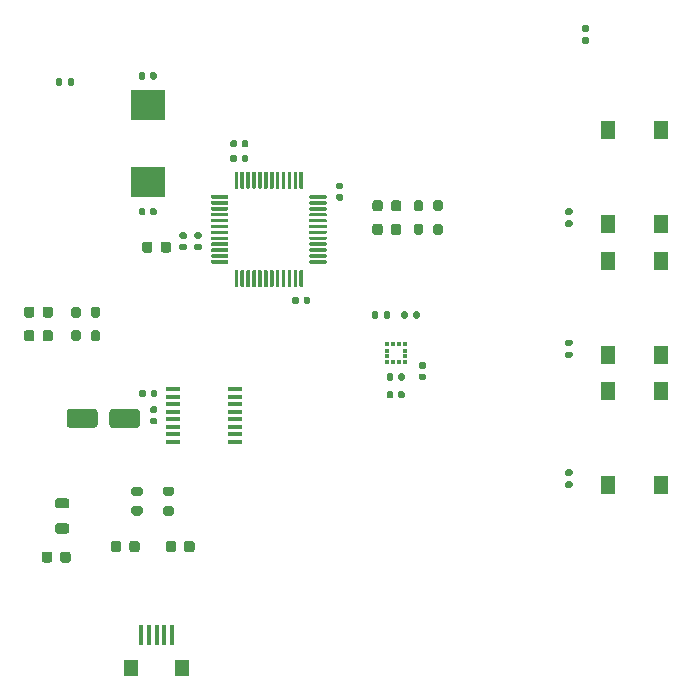
<source format=gbr>
%TF.GenerationSoftware,KiCad,Pcbnew,(5.1.9)-1*%
%TF.CreationDate,2021-05-17T17:29:26-07:00*%
%TF.ProjectId,dev_test_board_v1,6465765f-7465-4737-945f-626f6172645f,rev?*%
%TF.SameCoordinates,Original*%
%TF.FileFunction,Paste,Top*%
%TF.FilePolarity,Positive*%
%FSLAX46Y46*%
G04 Gerber Fmt 4.6, Leading zero omitted, Abs format (unit mm)*
G04 Created by KiCad (PCBNEW (5.1.9)-1) date 2021-05-17 17:29:26*
%MOMM*%
%LPD*%
G01*
G04 APERTURE LIST*
%ADD10R,1.275000X1.400000*%
%ADD11R,0.400000X1.750000*%
%ADD12R,1.300000X1.550000*%
%ADD13R,1.200000X0.400000*%
%ADD14R,0.350000X0.375000*%
%ADD15R,0.375000X0.350000*%
%ADD16R,3.000000X2.500000*%
G04 APERTURE END LIST*
D10*
%TO.C,J1*%
X202862500Y-127150000D03*
X207137500Y-127150000D03*
D11*
X203700000Y-124375000D03*
X206300000Y-124375000D03*
X205650000Y-124375000D03*
X204350000Y-124375000D03*
X205000000Y-124375000D03*
%TD*%
%TO.C,R2*%
G36*
G01*
X203075000Y-113425000D02*
X203625000Y-113425000D01*
G75*
G02*
X203825000Y-113625000I0J-200000D01*
G01*
X203825000Y-114025000D01*
G75*
G02*
X203625000Y-114225000I-200000J0D01*
G01*
X203075000Y-114225000D01*
G75*
G02*
X202875000Y-114025000I0J200000D01*
G01*
X202875000Y-113625000D01*
G75*
G02*
X203075000Y-113425000I200000J0D01*
G01*
G37*
G36*
G01*
X203075000Y-111775000D02*
X203625000Y-111775000D01*
G75*
G02*
X203825000Y-111975000I0J-200000D01*
G01*
X203825000Y-112375000D01*
G75*
G02*
X203625000Y-112575000I-200000J0D01*
G01*
X203075000Y-112575000D01*
G75*
G02*
X202875000Y-112375000I0J200000D01*
G01*
X202875000Y-111975000D01*
G75*
G02*
X203075000Y-111775000I200000J0D01*
G01*
G37*
%TD*%
%TO.C,R1*%
G36*
G01*
X205725000Y-113425000D02*
X206275000Y-113425000D01*
G75*
G02*
X206475000Y-113625000I0J-200000D01*
G01*
X206475000Y-114025000D01*
G75*
G02*
X206275000Y-114225000I-200000J0D01*
G01*
X205725000Y-114225000D01*
G75*
G02*
X205525000Y-114025000I0J200000D01*
G01*
X205525000Y-113625000D01*
G75*
G02*
X205725000Y-113425000I200000J0D01*
G01*
G37*
G36*
G01*
X205725000Y-111775000D02*
X206275000Y-111775000D01*
G75*
G02*
X206475000Y-111975000I0J-200000D01*
G01*
X206475000Y-112375000D01*
G75*
G02*
X206275000Y-112575000I-200000J0D01*
G01*
X205725000Y-112575000D01*
G75*
G02*
X205525000Y-112375000I0J200000D01*
G01*
X205525000Y-111975000D01*
G75*
G02*
X205725000Y-111775000I200000J0D01*
G01*
G37*
%TD*%
%TO.C,R13*%
G36*
G01*
X239715000Y-89240000D02*
X240085000Y-89240000D01*
G75*
G02*
X240220000Y-89375000I0J-135000D01*
G01*
X240220000Y-89645000D01*
G75*
G02*
X240085000Y-89780000I-135000J0D01*
G01*
X239715000Y-89780000D01*
G75*
G02*
X239580000Y-89645000I0J135000D01*
G01*
X239580000Y-89375000D01*
G75*
G02*
X239715000Y-89240000I135000J0D01*
G01*
G37*
G36*
G01*
X239715000Y-88220000D02*
X240085000Y-88220000D01*
G75*
G02*
X240220000Y-88355000I0J-135000D01*
G01*
X240220000Y-88625000D01*
G75*
G02*
X240085000Y-88760000I-135000J0D01*
G01*
X239715000Y-88760000D01*
G75*
G02*
X239580000Y-88625000I0J135000D01*
G01*
X239580000Y-88355000D01*
G75*
G02*
X239715000Y-88220000I135000J0D01*
G01*
G37*
%TD*%
%TO.C,R12*%
G36*
G01*
X239715000Y-100340000D02*
X240085000Y-100340000D01*
G75*
G02*
X240220000Y-100475000I0J-135000D01*
G01*
X240220000Y-100745000D01*
G75*
G02*
X240085000Y-100880000I-135000J0D01*
G01*
X239715000Y-100880000D01*
G75*
G02*
X239580000Y-100745000I0J135000D01*
G01*
X239580000Y-100475000D01*
G75*
G02*
X239715000Y-100340000I135000J0D01*
G01*
G37*
G36*
G01*
X239715000Y-99320000D02*
X240085000Y-99320000D01*
G75*
G02*
X240220000Y-99455000I0J-135000D01*
G01*
X240220000Y-99725000D01*
G75*
G02*
X240085000Y-99860000I-135000J0D01*
G01*
X239715000Y-99860000D01*
G75*
G02*
X239580000Y-99725000I0J135000D01*
G01*
X239580000Y-99455000D01*
G75*
G02*
X239715000Y-99320000I135000J0D01*
G01*
G37*
%TD*%
%TO.C,R11*%
G36*
G01*
X239715000Y-111340000D02*
X240085000Y-111340000D01*
G75*
G02*
X240220000Y-111475000I0J-135000D01*
G01*
X240220000Y-111745000D01*
G75*
G02*
X240085000Y-111880000I-135000J0D01*
G01*
X239715000Y-111880000D01*
G75*
G02*
X239580000Y-111745000I0J135000D01*
G01*
X239580000Y-111475000D01*
G75*
G02*
X239715000Y-111340000I135000J0D01*
G01*
G37*
G36*
G01*
X239715000Y-110320000D02*
X240085000Y-110320000D01*
G75*
G02*
X240220000Y-110455000I0J-135000D01*
G01*
X240220000Y-110725000D01*
G75*
G02*
X240085000Y-110860000I-135000J0D01*
G01*
X239715000Y-110860000D01*
G75*
G02*
X239580000Y-110725000I0J135000D01*
G01*
X239580000Y-110455000D01*
G75*
G02*
X239715000Y-110320000I135000J0D01*
G01*
G37*
%TD*%
D12*
%TO.C,SW4*%
X247740000Y-81605000D03*
X243240000Y-81605000D03*
X243240000Y-89555000D03*
X247740000Y-89555000D03*
%TD*%
%TO.C,SW3*%
X247740000Y-92655000D03*
X243240000Y-92655000D03*
X243240000Y-100605000D03*
X247740000Y-100605000D03*
%TD*%
%TO.C,D2*%
G36*
G01*
X194650000Y-98743750D02*
X194650000Y-99256250D01*
G75*
G02*
X194431250Y-99475000I-218750J0D01*
G01*
X193993750Y-99475000D01*
G75*
G02*
X193775000Y-99256250I0J218750D01*
G01*
X193775000Y-98743750D01*
G75*
G02*
X193993750Y-98525000I218750J0D01*
G01*
X194431250Y-98525000D01*
G75*
G02*
X194650000Y-98743750I0J-218750D01*
G01*
G37*
G36*
G01*
X196225000Y-98743750D02*
X196225000Y-99256250D01*
G75*
G02*
X196006250Y-99475000I-218750J0D01*
G01*
X195568750Y-99475000D01*
G75*
G02*
X195350000Y-99256250I0J218750D01*
G01*
X195350000Y-98743750D01*
G75*
G02*
X195568750Y-98525000I218750J0D01*
G01*
X196006250Y-98525000D01*
G75*
G02*
X196225000Y-98743750I0J-218750D01*
G01*
G37*
%TD*%
%TO.C,D3*%
G36*
G01*
X196225000Y-96743750D02*
X196225000Y-97256250D01*
G75*
G02*
X196006250Y-97475000I-218750J0D01*
G01*
X195568750Y-97475000D01*
G75*
G02*
X195350000Y-97256250I0J218750D01*
G01*
X195350000Y-96743750D01*
G75*
G02*
X195568750Y-96525000I218750J0D01*
G01*
X196006250Y-96525000D01*
G75*
G02*
X196225000Y-96743750I0J-218750D01*
G01*
G37*
G36*
G01*
X194650000Y-96743750D02*
X194650000Y-97256250D01*
G75*
G02*
X194431250Y-97475000I-218750J0D01*
G01*
X193993750Y-97475000D01*
G75*
G02*
X193775000Y-97256250I0J218750D01*
G01*
X193775000Y-96743750D01*
G75*
G02*
X193993750Y-96525000I218750J0D01*
G01*
X194431250Y-96525000D01*
G75*
G02*
X194650000Y-96743750I0J-218750D01*
G01*
G37*
%TD*%
%TO.C,R4*%
G36*
G01*
X197775000Y-97275000D02*
X197775000Y-96725000D01*
G75*
G02*
X197975000Y-96525000I200000J0D01*
G01*
X198375000Y-96525000D01*
G75*
G02*
X198575000Y-96725000I0J-200000D01*
G01*
X198575000Y-97275000D01*
G75*
G02*
X198375000Y-97475000I-200000J0D01*
G01*
X197975000Y-97475000D01*
G75*
G02*
X197775000Y-97275000I0J200000D01*
G01*
G37*
G36*
G01*
X199425000Y-97275000D02*
X199425000Y-96725000D01*
G75*
G02*
X199625000Y-96525000I200000J0D01*
G01*
X200025000Y-96525000D01*
G75*
G02*
X200225000Y-96725000I0J-200000D01*
G01*
X200225000Y-97275000D01*
G75*
G02*
X200025000Y-97475000I-200000J0D01*
G01*
X199625000Y-97475000D01*
G75*
G02*
X199425000Y-97275000I0J200000D01*
G01*
G37*
%TD*%
%TO.C,R3*%
G36*
G01*
X199425000Y-99275000D02*
X199425000Y-98725000D01*
G75*
G02*
X199625000Y-98525000I200000J0D01*
G01*
X200025000Y-98525000D01*
G75*
G02*
X200225000Y-98725000I0J-200000D01*
G01*
X200225000Y-99275000D01*
G75*
G02*
X200025000Y-99475000I-200000J0D01*
G01*
X199625000Y-99475000D01*
G75*
G02*
X199425000Y-99275000I0J200000D01*
G01*
G37*
G36*
G01*
X197775000Y-99275000D02*
X197775000Y-98725000D01*
G75*
G02*
X197975000Y-98525000I200000J0D01*
G01*
X198375000Y-98525000D01*
G75*
G02*
X198575000Y-98725000I0J-200000D01*
G01*
X198575000Y-99275000D01*
G75*
G02*
X198375000Y-99475000I-200000J0D01*
G01*
X197975000Y-99475000D01*
G75*
G02*
X197775000Y-99275000I0J200000D01*
G01*
G37*
%TD*%
%TO.C,C1*%
G36*
G01*
X197725000Y-117500000D02*
X197725000Y-118000000D01*
G75*
G02*
X197500000Y-118225000I-225000J0D01*
G01*
X197050000Y-118225000D01*
G75*
G02*
X196825000Y-118000000I0J225000D01*
G01*
X196825000Y-117500000D01*
G75*
G02*
X197050000Y-117275000I225000J0D01*
G01*
X197500000Y-117275000D01*
G75*
G02*
X197725000Y-117500000I0J-225000D01*
G01*
G37*
G36*
G01*
X196175000Y-117500000D02*
X196175000Y-118000000D01*
G75*
G02*
X195950000Y-118225000I-225000J0D01*
G01*
X195500000Y-118225000D01*
G75*
G02*
X195275000Y-118000000I0J225000D01*
G01*
X195275000Y-117500000D01*
G75*
G02*
X195500000Y-117275000I225000J0D01*
G01*
X195950000Y-117275000D01*
G75*
G02*
X196175000Y-117500000I0J-225000D01*
G01*
G37*
%TD*%
%TO.C,C2*%
G36*
G01*
X203600000Y-105450000D02*
X203600000Y-106550000D01*
G75*
G02*
X203350000Y-106800000I-250000J0D01*
G01*
X201250000Y-106800000D01*
G75*
G02*
X201000000Y-106550000I0J250000D01*
G01*
X201000000Y-105450000D01*
G75*
G02*
X201250000Y-105200000I250000J0D01*
G01*
X203350000Y-105200000D01*
G75*
G02*
X203600000Y-105450000I0J-250000D01*
G01*
G37*
G36*
G01*
X200000000Y-105450000D02*
X200000000Y-106550000D01*
G75*
G02*
X199750000Y-106800000I-250000J0D01*
G01*
X197650000Y-106800000D01*
G75*
G02*
X197400000Y-106550000I0J250000D01*
G01*
X197400000Y-105450000D01*
G75*
G02*
X197650000Y-105200000I250000J0D01*
G01*
X199750000Y-105200000D01*
G75*
G02*
X200000000Y-105450000I0J-250000D01*
G01*
G37*
%TD*%
%TO.C,C3*%
G36*
G01*
X204580000Y-104990000D02*
X204920000Y-104990000D01*
G75*
G02*
X205060000Y-105130000I0J-140000D01*
G01*
X205060000Y-105410000D01*
G75*
G02*
X204920000Y-105550000I-140000J0D01*
G01*
X204580000Y-105550000D01*
G75*
G02*
X204440000Y-105410000I0J140000D01*
G01*
X204440000Y-105130000D01*
G75*
G02*
X204580000Y-104990000I140000J0D01*
G01*
G37*
G36*
G01*
X204580000Y-105950000D02*
X204920000Y-105950000D01*
G75*
G02*
X205060000Y-106090000I0J-140000D01*
G01*
X205060000Y-106370000D01*
G75*
G02*
X204920000Y-106510000I-140000J0D01*
G01*
X204580000Y-106510000D01*
G75*
G02*
X204440000Y-106370000I0J140000D01*
G01*
X204440000Y-106090000D01*
G75*
G02*
X204580000Y-105950000I140000J0D01*
G01*
G37*
%TD*%
%TO.C,C4*%
G36*
G01*
X204100000Y-103730000D02*
X204100000Y-104070000D01*
G75*
G02*
X203960000Y-104210000I-140000J0D01*
G01*
X203680000Y-104210000D01*
G75*
G02*
X203540000Y-104070000I0J140000D01*
G01*
X203540000Y-103730000D01*
G75*
G02*
X203680000Y-103590000I140000J0D01*
G01*
X203960000Y-103590000D01*
G75*
G02*
X204100000Y-103730000I0J-140000D01*
G01*
G37*
G36*
G01*
X205060000Y-103730000D02*
X205060000Y-104070000D01*
G75*
G02*
X204920000Y-104210000I-140000J0D01*
G01*
X204640000Y-104210000D01*
G75*
G02*
X204500000Y-104070000I0J140000D01*
G01*
X204500000Y-103730000D01*
G75*
G02*
X204640000Y-103590000I140000J0D01*
G01*
X204920000Y-103590000D01*
G75*
G02*
X205060000Y-103730000I0J-140000D01*
G01*
G37*
%TD*%
%TO.C,C5*%
G36*
G01*
X208225000Y-116600000D02*
X208225000Y-117100000D01*
G75*
G02*
X208000000Y-117325000I-225000J0D01*
G01*
X207550000Y-117325000D01*
G75*
G02*
X207325000Y-117100000I0J225000D01*
G01*
X207325000Y-116600000D01*
G75*
G02*
X207550000Y-116375000I225000J0D01*
G01*
X208000000Y-116375000D01*
G75*
G02*
X208225000Y-116600000I0J-225000D01*
G01*
G37*
G36*
G01*
X206675000Y-116600000D02*
X206675000Y-117100000D01*
G75*
G02*
X206450000Y-117325000I-225000J0D01*
G01*
X206000000Y-117325000D01*
G75*
G02*
X205775000Y-117100000I0J225000D01*
G01*
X205775000Y-116600000D01*
G75*
G02*
X206000000Y-116375000I225000J0D01*
G01*
X206450000Y-116375000D01*
G75*
G02*
X206675000Y-116600000I0J-225000D01*
G01*
G37*
%TD*%
%TO.C,C6*%
G36*
G01*
X202025000Y-116600000D02*
X202025000Y-117100000D01*
G75*
G02*
X201800000Y-117325000I-225000J0D01*
G01*
X201350000Y-117325000D01*
G75*
G02*
X201125000Y-117100000I0J225000D01*
G01*
X201125000Y-116600000D01*
G75*
G02*
X201350000Y-116375000I225000J0D01*
G01*
X201800000Y-116375000D01*
G75*
G02*
X202025000Y-116600000I0J-225000D01*
G01*
G37*
G36*
G01*
X203575000Y-116600000D02*
X203575000Y-117100000D01*
G75*
G02*
X203350000Y-117325000I-225000J0D01*
G01*
X202900000Y-117325000D01*
G75*
G02*
X202675000Y-117100000I0J225000D01*
G01*
X202675000Y-116600000D01*
G75*
G02*
X202900000Y-116375000I225000J0D01*
G01*
X203350000Y-116375000D01*
G75*
G02*
X203575000Y-116600000I0J-225000D01*
G01*
G37*
%TD*%
%TO.C,C7*%
G36*
G01*
X211240000Y-82920000D02*
X211240000Y-82580000D01*
G75*
G02*
X211380000Y-82440000I140000J0D01*
G01*
X211660000Y-82440000D01*
G75*
G02*
X211800000Y-82580000I0J-140000D01*
G01*
X211800000Y-82920000D01*
G75*
G02*
X211660000Y-83060000I-140000J0D01*
G01*
X211380000Y-83060000D01*
G75*
G02*
X211240000Y-82920000I0J140000D01*
G01*
G37*
G36*
G01*
X212200000Y-82920000D02*
X212200000Y-82580000D01*
G75*
G02*
X212340000Y-82440000I140000J0D01*
G01*
X212620000Y-82440000D01*
G75*
G02*
X212760000Y-82580000I0J-140000D01*
G01*
X212760000Y-82920000D01*
G75*
G02*
X212620000Y-83060000I-140000J0D01*
G01*
X212340000Y-83060000D01*
G75*
G02*
X212200000Y-82920000I0J140000D01*
G01*
G37*
%TD*%
%TO.C,C8*%
G36*
G01*
X212200000Y-84170000D02*
X212200000Y-83830000D01*
G75*
G02*
X212340000Y-83690000I140000J0D01*
G01*
X212620000Y-83690000D01*
G75*
G02*
X212760000Y-83830000I0J-140000D01*
G01*
X212760000Y-84170000D01*
G75*
G02*
X212620000Y-84310000I-140000J0D01*
G01*
X212340000Y-84310000D01*
G75*
G02*
X212200000Y-84170000I0J140000D01*
G01*
G37*
G36*
G01*
X211240000Y-84170000D02*
X211240000Y-83830000D01*
G75*
G02*
X211380000Y-83690000I140000J0D01*
G01*
X211660000Y-83690000D01*
G75*
G02*
X211800000Y-83830000I0J-140000D01*
G01*
X211800000Y-84170000D01*
G75*
G02*
X211660000Y-84310000I-140000J0D01*
G01*
X211380000Y-84310000D01*
G75*
G02*
X211240000Y-84170000I0J140000D01*
G01*
G37*
%TD*%
%TO.C,C9*%
G36*
G01*
X220330000Y-86040000D02*
X220670000Y-86040000D01*
G75*
G02*
X220810000Y-86180000I0J-140000D01*
G01*
X220810000Y-86460000D01*
G75*
G02*
X220670000Y-86600000I-140000J0D01*
G01*
X220330000Y-86600000D01*
G75*
G02*
X220190000Y-86460000I0J140000D01*
G01*
X220190000Y-86180000D01*
G75*
G02*
X220330000Y-86040000I140000J0D01*
G01*
G37*
G36*
G01*
X220330000Y-87000000D02*
X220670000Y-87000000D01*
G75*
G02*
X220810000Y-87140000I0J-140000D01*
G01*
X220810000Y-87420000D01*
G75*
G02*
X220670000Y-87560000I-140000J0D01*
G01*
X220330000Y-87560000D01*
G75*
G02*
X220190000Y-87420000I0J140000D01*
G01*
X220190000Y-87140000D01*
G75*
G02*
X220330000Y-87000000I140000J0D01*
G01*
G37*
%TD*%
%TO.C,C10*%
G36*
G01*
X218010000Y-95830000D02*
X218010000Y-96170000D01*
G75*
G02*
X217870000Y-96310000I-140000J0D01*
G01*
X217590000Y-96310000D01*
G75*
G02*
X217450000Y-96170000I0J140000D01*
G01*
X217450000Y-95830000D01*
G75*
G02*
X217590000Y-95690000I140000J0D01*
G01*
X217870000Y-95690000D01*
G75*
G02*
X218010000Y-95830000I0J-140000D01*
G01*
G37*
G36*
G01*
X217050000Y-95830000D02*
X217050000Y-96170000D01*
G75*
G02*
X216910000Y-96310000I-140000J0D01*
G01*
X216630000Y-96310000D01*
G75*
G02*
X216490000Y-96170000I0J140000D01*
G01*
X216490000Y-95830000D01*
G75*
G02*
X216630000Y-95690000I140000J0D01*
G01*
X216910000Y-95690000D01*
G75*
G02*
X217050000Y-95830000I0J-140000D01*
G01*
G37*
%TD*%
%TO.C,C11*%
G36*
G01*
X207420000Y-90800000D02*
X207080000Y-90800000D01*
G75*
G02*
X206940000Y-90660000I0J140000D01*
G01*
X206940000Y-90380000D01*
G75*
G02*
X207080000Y-90240000I140000J0D01*
G01*
X207420000Y-90240000D01*
G75*
G02*
X207560000Y-90380000I0J-140000D01*
G01*
X207560000Y-90660000D01*
G75*
G02*
X207420000Y-90800000I-140000J0D01*
G01*
G37*
G36*
G01*
X207420000Y-91760000D02*
X207080000Y-91760000D01*
G75*
G02*
X206940000Y-91620000I0J140000D01*
G01*
X206940000Y-91340000D01*
G75*
G02*
X207080000Y-91200000I140000J0D01*
G01*
X207420000Y-91200000D01*
G75*
G02*
X207560000Y-91340000I0J-140000D01*
G01*
X207560000Y-91620000D01*
G75*
G02*
X207420000Y-91760000I-140000J0D01*
G01*
G37*
%TD*%
%TO.C,C12*%
G36*
G01*
X208670000Y-91760000D02*
X208330000Y-91760000D01*
G75*
G02*
X208190000Y-91620000I0J140000D01*
G01*
X208190000Y-91340000D01*
G75*
G02*
X208330000Y-91200000I140000J0D01*
G01*
X208670000Y-91200000D01*
G75*
G02*
X208810000Y-91340000I0J-140000D01*
G01*
X208810000Y-91620000D01*
G75*
G02*
X208670000Y-91760000I-140000J0D01*
G01*
G37*
G36*
G01*
X208670000Y-90800000D02*
X208330000Y-90800000D01*
G75*
G02*
X208190000Y-90660000I0J140000D01*
G01*
X208190000Y-90380000D01*
G75*
G02*
X208330000Y-90240000I140000J0D01*
G01*
X208670000Y-90240000D01*
G75*
G02*
X208810000Y-90380000I0J-140000D01*
G01*
X208810000Y-90660000D01*
G75*
G02*
X208670000Y-90800000I-140000J0D01*
G01*
G37*
%TD*%
%TO.C,C13*%
G36*
G01*
X205010000Y-76830000D02*
X205010000Y-77170000D01*
G75*
G02*
X204870000Y-77310000I-140000J0D01*
G01*
X204590000Y-77310000D01*
G75*
G02*
X204450000Y-77170000I0J140000D01*
G01*
X204450000Y-76830000D01*
G75*
G02*
X204590000Y-76690000I140000J0D01*
G01*
X204870000Y-76690000D01*
G75*
G02*
X205010000Y-76830000I0J-140000D01*
G01*
G37*
G36*
G01*
X204050000Y-76830000D02*
X204050000Y-77170000D01*
G75*
G02*
X203910000Y-77310000I-140000J0D01*
G01*
X203630000Y-77310000D01*
G75*
G02*
X203490000Y-77170000I0J140000D01*
G01*
X203490000Y-76830000D01*
G75*
G02*
X203630000Y-76690000I140000J0D01*
G01*
X203910000Y-76690000D01*
G75*
G02*
X204050000Y-76830000I0J-140000D01*
G01*
G37*
%TD*%
%TO.C,C14*%
G36*
G01*
X205010000Y-88330000D02*
X205010000Y-88670000D01*
G75*
G02*
X204870000Y-88810000I-140000J0D01*
G01*
X204590000Y-88810000D01*
G75*
G02*
X204450000Y-88670000I0J140000D01*
G01*
X204450000Y-88330000D01*
G75*
G02*
X204590000Y-88190000I140000J0D01*
G01*
X204870000Y-88190000D01*
G75*
G02*
X205010000Y-88330000I0J-140000D01*
G01*
G37*
G36*
G01*
X204050000Y-88330000D02*
X204050000Y-88670000D01*
G75*
G02*
X203910000Y-88810000I-140000J0D01*
G01*
X203630000Y-88810000D01*
G75*
G02*
X203490000Y-88670000I0J140000D01*
G01*
X203490000Y-88330000D01*
G75*
G02*
X203630000Y-88190000I140000J0D01*
G01*
X203910000Y-88190000D01*
G75*
G02*
X204050000Y-88330000I0J-140000D01*
G01*
G37*
%TD*%
%TO.C,C15*%
G36*
G01*
X225050000Y-103830000D02*
X225050000Y-104170000D01*
G75*
G02*
X224910000Y-104310000I-140000J0D01*
G01*
X224630000Y-104310000D01*
G75*
G02*
X224490000Y-104170000I0J140000D01*
G01*
X224490000Y-103830000D01*
G75*
G02*
X224630000Y-103690000I140000J0D01*
G01*
X224910000Y-103690000D01*
G75*
G02*
X225050000Y-103830000I0J-140000D01*
G01*
G37*
G36*
G01*
X226010000Y-103830000D02*
X226010000Y-104170000D01*
G75*
G02*
X225870000Y-104310000I-140000J0D01*
G01*
X225590000Y-104310000D01*
G75*
G02*
X225450000Y-104170000I0J140000D01*
G01*
X225450000Y-103830000D01*
G75*
G02*
X225590000Y-103690000I140000J0D01*
G01*
X225870000Y-103690000D01*
G75*
G02*
X226010000Y-103830000I0J-140000D01*
G01*
G37*
%TD*%
%TO.C,C16*%
G36*
G01*
X225050000Y-102330000D02*
X225050000Y-102670000D01*
G75*
G02*
X224910000Y-102810000I-140000J0D01*
G01*
X224630000Y-102810000D01*
G75*
G02*
X224490000Y-102670000I0J140000D01*
G01*
X224490000Y-102330000D01*
G75*
G02*
X224630000Y-102190000I140000J0D01*
G01*
X224910000Y-102190000D01*
G75*
G02*
X225050000Y-102330000I0J-140000D01*
G01*
G37*
G36*
G01*
X226010000Y-102330000D02*
X226010000Y-102670000D01*
G75*
G02*
X225870000Y-102810000I-140000J0D01*
G01*
X225590000Y-102810000D01*
G75*
G02*
X225450000Y-102670000I0J140000D01*
G01*
X225450000Y-102330000D01*
G75*
G02*
X225590000Y-102190000I140000J0D01*
G01*
X225870000Y-102190000D01*
G75*
G02*
X226010000Y-102330000I0J-140000D01*
G01*
G37*
%TD*%
%TO.C,C17*%
G36*
G01*
X227330000Y-102200000D02*
X227670000Y-102200000D01*
G75*
G02*
X227810000Y-102340000I0J-140000D01*
G01*
X227810000Y-102620000D01*
G75*
G02*
X227670000Y-102760000I-140000J0D01*
G01*
X227330000Y-102760000D01*
G75*
G02*
X227190000Y-102620000I0J140000D01*
G01*
X227190000Y-102340000D01*
G75*
G02*
X227330000Y-102200000I140000J0D01*
G01*
G37*
G36*
G01*
X227330000Y-101240000D02*
X227670000Y-101240000D01*
G75*
G02*
X227810000Y-101380000I0J-140000D01*
G01*
X227810000Y-101660000D01*
G75*
G02*
X227670000Y-101800000I-140000J0D01*
G01*
X227330000Y-101800000D01*
G75*
G02*
X227190000Y-101660000I0J140000D01*
G01*
X227190000Y-101380000D01*
G75*
G02*
X227330000Y-101240000I140000J0D01*
G01*
G37*
%TD*%
%TO.C,D4*%
G36*
G01*
X224150000Y-87743750D02*
X224150000Y-88256250D01*
G75*
G02*
X223931250Y-88475000I-218750J0D01*
G01*
X223493750Y-88475000D01*
G75*
G02*
X223275000Y-88256250I0J218750D01*
G01*
X223275000Y-87743750D01*
G75*
G02*
X223493750Y-87525000I218750J0D01*
G01*
X223931250Y-87525000D01*
G75*
G02*
X224150000Y-87743750I0J-218750D01*
G01*
G37*
G36*
G01*
X225725000Y-87743750D02*
X225725000Y-88256250D01*
G75*
G02*
X225506250Y-88475000I-218750J0D01*
G01*
X225068750Y-88475000D01*
G75*
G02*
X224850000Y-88256250I0J218750D01*
G01*
X224850000Y-87743750D01*
G75*
G02*
X225068750Y-87525000I218750J0D01*
G01*
X225506250Y-87525000D01*
G75*
G02*
X225725000Y-87743750I0J-218750D01*
G01*
G37*
%TD*%
%TO.C,D5*%
G36*
G01*
X225725000Y-89743750D02*
X225725000Y-90256250D01*
G75*
G02*
X225506250Y-90475000I-218750J0D01*
G01*
X225068750Y-90475000D01*
G75*
G02*
X224850000Y-90256250I0J218750D01*
G01*
X224850000Y-89743750D01*
G75*
G02*
X225068750Y-89525000I218750J0D01*
G01*
X225506250Y-89525000D01*
G75*
G02*
X225725000Y-89743750I0J-218750D01*
G01*
G37*
G36*
G01*
X224150000Y-89743750D02*
X224150000Y-90256250D01*
G75*
G02*
X223931250Y-90475000I-218750J0D01*
G01*
X223493750Y-90475000D01*
G75*
G02*
X223275000Y-90256250I0J218750D01*
G01*
X223275000Y-89743750D01*
G75*
G02*
X223493750Y-89525000I218750J0D01*
G01*
X223931250Y-89525000D01*
G75*
G02*
X224150000Y-89743750I0J-218750D01*
G01*
G37*
%TD*%
%TO.C,FB1*%
G36*
G01*
X196618750Y-112750000D02*
X197381250Y-112750000D01*
G75*
G02*
X197600000Y-112968750I0J-218750D01*
G01*
X197600000Y-113406250D01*
G75*
G02*
X197381250Y-113625000I-218750J0D01*
G01*
X196618750Y-113625000D01*
G75*
G02*
X196400000Y-113406250I0J218750D01*
G01*
X196400000Y-112968750D01*
G75*
G02*
X196618750Y-112750000I218750J0D01*
G01*
G37*
G36*
G01*
X196618750Y-114875000D02*
X197381250Y-114875000D01*
G75*
G02*
X197600000Y-115093750I0J-218750D01*
G01*
X197600000Y-115531250D01*
G75*
G02*
X197381250Y-115750000I-218750J0D01*
G01*
X196618750Y-115750000D01*
G75*
G02*
X196400000Y-115531250I0J218750D01*
G01*
X196400000Y-115093750D01*
G75*
G02*
X196618750Y-114875000I218750J0D01*
G01*
G37*
%TD*%
%TO.C,L1*%
G36*
G01*
X206225000Y-91243750D02*
X206225000Y-91756250D01*
G75*
G02*
X206006250Y-91975000I-218750J0D01*
G01*
X205568750Y-91975000D01*
G75*
G02*
X205350000Y-91756250I0J218750D01*
G01*
X205350000Y-91243750D01*
G75*
G02*
X205568750Y-91025000I218750J0D01*
G01*
X206006250Y-91025000D01*
G75*
G02*
X206225000Y-91243750I0J-218750D01*
G01*
G37*
G36*
G01*
X204650000Y-91243750D02*
X204650000Y-91756250D01*
G75*
G02*
X204431250Y-91975000I-218750J0D01*
G01*
X203993750Y-91975000D01*
G75*
G02*
X203775000Y-91756250I0J218750D01*
G01*
X203775000Y-91243750D01*
G75*
G02*
X203993750Y-91025000I218750J0D01*
G01*
X204431250Y-91025000D01*
G75*
G02*
X204650000Y-91243750I0J-218750D01*
G01*
G37*
%TD*%
%TO.C,R5*%
G36*
G01*
X196470000Y-77685000D02*
X196470000Y-77315000D01*
G75*
G02*
X196605000Y-77180000I135000J0D01*
G01*
X196875000Y-77180000D01*
G75*
G02*
X197010000Y-77315000I0J-135000D01*
G01*
X197010000Y-77685000D01*
G75*
G02*
X196875000Y-77820000I-135000J0D01*
G01*
X196605000Y-77820000D01*
G75*
G02*
X196470000Y-77685000I0J135000D01*
G01*
G37*
G36*
G01*
X197490000Y-77685000D02*
X197490000Y-77315000D01*
G75*
G02*
X197625000Y-77180000I135000J0D01*
G01*
X197895000Y-77180000D01*
G75*
G02*
X198030000Y-77315000I0J-135000D01*
G01*
X198030000Y-77685000D01*
G75*
G02*
X197895000Y-77820000I-135000J0D01*
G01*
X197625000Y-77820000D01*
G75*
G02*
X197490000Y-77685000I0J135000D01*
G01*
G37*
%TD*%
%TO.C,R6*%
G36*
G01*
X226775000Y-88275000D02*
X226775000Y-87725000D01*
G75*
G02*
X226975000Y-87525000I200000J0D01*
G01*
X227375000Y-87525000D01*
G75*
G02*
X227575000Y-87725000I0J-200000D01*
G01*
X227575000Y-88275000D01*
G75*
G02*
X227375000Y-88475000I-200000J0D01*
G01*
X226975000Y-88475000D01*
G75*
G02*
X226775000Y-88275000I0J200000D01*
G01*
G37*
G36*
G01*
X228425000Y-88275000D02*
X228425000Y-87725000D01*
G75*
G02*
X228625000Y-87525000I200000J0D01*
G01*
X229025000Y-87525000D01*
G75*
G02*
X229225000Y-87725000I0J-200000D01*
G01*
X229225000Y-88275000D01*
G75*
G02*
X229025000Y-88475000I-200000J0D01*
G01*
X228625000Y-88475000D01*
G75*
G02*
X228425000Y-88275000I0J200000D01*
G01*
G37*
%TD*%
%TO.C,R7*%
G36*
G01*
X228425000Y-90275000D02*
X228425000Y-89725000D01*
G75*
G02*
X228625000Y-89525000I200000J0D01*
G01*
X229025000Y-89525000D01*
G75*
G02*
X229225000Y-89725000I0J-200000D01*
G01*
X229225000Y-90275000D01*
G75*
G02*
X229025000Y-90475000I-200000J0D01*
G01*
X228625000Y-90475000D01*
G75*
G02*
X228425000Y-90275000I0J200000D01*
G01*
G37*
G36*
G01*
X226775000Y-90275000D02*
X226775000Y-89725000D01*
G75*
G02*
X226975000Y-89525000I200000J0D01*
G01*
X227375000Y-89525000D01*
G75*
G02*
X227575000Y-89725000I0J-200000D01*
G01*
X227575000Y-90275000D01*
G75*
G02*
X227375000Y-90475000I-200000J0D01*
G01*
X226975000Y-90475000D01*
G75*
G02*
X226775000Y-90275000I0J200000D01*
G01*
G37*
%TD*%
%TO.C,R8*%
G36*
G01*
X224780000Y-97065000D02*
X224780000Y-97435000D01*
G75*
G02*
X224645000Y-97570000I-135000J0D01*
G01*
X224375000Y-97570000D01*
G75*
G02*
X224240000Y-97435000I0J135000D01*
G01*
X224240000Y-97065000D01*
G75*
G02*
X224375000Y-96930000I135000J0D01*
G01*
X224645000Y-96930000D01*
G75*
G02*
X224780000Y-97065000I0J-135000D01*
G01*
G37*
G36*
G01*
X223760000Y-97065000D02*
X223760000Y-97435000D01*
G75*
G02*
X223625000Y-97570000I-135000J0D01*
G01*
X223355000Y-97570000D01*
G75*
G02*
X223220000Y-97435000I0J135000D01*
G01*
X223220000Y-97065000D01*
G75*
G02*
X223355000Y-96930000I135000J0D01*
G01*
X223625000Y-96930000D01*
G75*
G02*
X223760000Y-97065000I0J-135000D01*
G01*
G37*
%TD*%
%TO.C,R9*%
G36*
G01*
X226260000Y-97065000D02*
X226260000Y-97435000D01*
G75*
G02*
X226125000Y-97570000I-135000J0D01*
G01*
X225855000Y-97570000D01*
G75*
G02*
X225720000Y-97435000I0J135000D01*
G01*
X225720000Y-97065000D01*
G75*
G02*
X225855000Y-96930000I135000J0D01*
G01*
X226125000Y-96930000D01*
G75*
G02*
X226260000Y-97065000I0J-135000D01*
G01*
G37*
G36*
G01*
X227280000Y-97065000D02*
X227280000Y-97435000D01*
G75*
G02*
X227145000Y-97570000I-135000J0D01*
G01*
X226875000Y-97570000D01*
G75*
G02*
X226740000Y-97435000I0J135000D01*
G01*
X226740000Y-97065000D01*
G75*
G02*
X226875000Y-96930000I135000J0D01*
G01*
X227145000Y-96930000D01*
G75*
G02*
X227280000Y-97065000I0J-135000D01*
G01*
G37*
%TD*%
%TO.C,R10*%
G36*
G01*
X241485000Y-73260000D02*
X241115000Y-73260000D01*
G75*
G02*
X240980000Y-73125000I0J135000D01*
G01*
X240980000Y-72855000D01*
G75*
G02*
X241115000Y-72720000I135000J0D01*
G01*
X241485000Y-72720000D01*
G75*
G02*
X241620000Y-72855000I0J-135000D01*
G01*
X241620000Y-73125000D01*
G75*
G02*
X241485000Y-73260000I-135000J0D01*
G01*
G37*
G36*
G01*
X241485000Y-74280000D02*
X241115000Y-74280000D01*
G75*
G02*
X240980000Y-74145000I0J135000D01*
G01*
X240980000Y-73875000D01*
G75*
G02*
X241115000Y-73740000I135000J0D01*
G01*
X241485000Y-73740000D01*
G75*
G02*
X241620000Y-73875000I0J-135000D01*
G01*
X241620000Y-74145000D01*
G75*
G02*
X241485000Y-74280000I-135000J0D01*
G01*
G37*
%TD*%
%TO.C,SW2*%
X247725000Y-111650000D03*
X243225000Y-111650000D03*
X243225000Y-103700000D03*
X247725000Y-103700000D03*
%TD*%
%TO.C,U1*%
G36*
G01*
X209600000Y-87325000D02*
X209600000Y-87175000D01*
G75*
G02*
X209675000Y-87100000I75000J0D01*
G01*
X211000000Y-87100000D01*
G75*
G02*
X211075000Y-87175000I0J-75000D01*
G01*
X211075000Y-87325000D01*
G75*
G02*
X211000000Y-87400000I-75000J0D01*
G01*
X209675000Y-87400000D01*
G75*
G02*
X209600000Y-87325000I0J75000D01*
G01*
G37*
G36*
G01*
X209600000Y-87825000D02*
X209600000Y-87675000D01*
G75*
G02*
X209675000Y-87600000I75000J0D01*
G01*
X211000000Y-87600000D01*
G75*
G02*
X211075000Y-87675000I0J-75000D01*
G01*
X211075000Y-87825000D01*
G75*
G02*
X211000000Y-87900000I-75000J0D01*
G01*
X209675000Y-87900000D01*
G75*
G02*
X209600000Y-87825000I0J75000D01*
G01*
G37*
G36*
G01*
X209600000Y-88325000D02*
X209600000Y-88175000D01*
G75*
G02*
X209675000Y-88100000I75000J0D01*
G01*
X211000000Y-88100000D01*
G75*
G02*
X211075000Y-88175000I0J-75000D01*
G01*
X211075000Y-88325000D01*
G75*
G02*
X211000000Y-88400000I-75000J0D01*
G01*
X209675000Y-88400000D01*
G75*
G02*
X209600000Y-88325000I0J75000D01*
G01*
G37*
G36*
G01*
X209600000Y-88825000D02*
X209600000Y-88675000D01*
G75*
G02*
X209675000Y-88600000I75000J0D01*
G01*
X211000000Y-88600000D01*
G75*
G02*
X211075000Y-88675000I0J-75000D01*
G01*
X211075000Y-88825000D01*
G75*
G02*
X211000000Y-88900000I-75000J0D01*
G01*
X209675000Y-88900000D01*
G75*
G02*
X209600000Y-88825000I0J75000D01*
G01*
G37*
G36*
G01*
X209600000Y-89325000D02*
X209600000Y-89175000D01*
G75*
G02*
X209675000Y-89100000I75000J0D01*
G01*
X211000000Y-89100000D01*
G75*
G02*
X211075000Y-89175000I0J-75000D01*
G01*
X211075000Y-89325000D01*
G75*
G02*
X211000000Y-89400000I-75000J0D01*
G01*
X209675000Y-89400000D01*
G75*
G02*
X209600000Y-89325000I0J75000D01*
G01*
G37*
G36*
G01*
X209600000Y-89825000D02*
X209600000Y-89675000D01*
G75*
G02*
X209675000Y-89600000I75000J0D01*
G01*
X211000000Y-89600000D01*
G75*
G02*
X211075000Y-89675000I0J-75000D01*
G01*
X211075000Y-89825000D01*
G75*
G02*
X211000000Y-89900000I-75000J0D01*
G01*
X209675000Y-89900000D01*
G75*
G02*
X209600000Y-89825000I0J75000D01*
G01*
G37*
G36*
G01*
X209600000Y-90325000D02*
X209600000Y-90175000D01*
G75*
G02*
X209675000Y-90100000I75000J0D01*
G01*
X211000000Y-90100000D01*
G75*
G02*
X211075000Y-90175000I0J-75000D01*
G01*
X211075000Y-90325000D01*
G75*
G02*
X211000000Y-90400000I-75000J0D01*
G01*
X209675000Y-90400000D01*
G75*
G02*
X209600000Y-90325000I0J75000D01*
G01*
G37*
G36*
G01*
X209600000Y-90825000D02*
X209600000Y-90675000D01*
G75*
G02*
X209675000Y-90600000I75000J0D01*
G01*
X211000000Y-90600000D01*
G75*
G02*
X211075000Y-90675000I0J-75000D01*
G01*
X211075000Y-90825000D01*
G75*
G02*
X211000000Y-90900000I-75000J0D01*
G01*
X209675000Y-90900000D01*
G75*
G02*
X209600000Y-90825000I0J75000D01*
G01*
G37*
G36*
G01*
X209600000Y-91325000D02*
X209600000Y-91175000D01*
G75*
G02*
X209675000Y-91100000I75000J0D01*
G01*
X211000000Y-91100000D01*
G75*
G02*
X211075000Y-91175000I0J-75000D01*
G01*
X211075000Y-91325000D01*
G75*
G02*
X211000000Y-91400000I-75000J0D01*
G01*
X209675000Y-91400000D01*
G75*
G02*
X209600000Y-91325000I0J75000D01*
G01*
G37*
G36*
G01*
X209600000Y-91825000D02*
X209600000Y-91675000D01*
G75*
G02*
X209675000Y-91600000I75000J0D01*
G01*
X211000000Y-91600000D01*
G75*
G02*
X211075000Y-91675000I0J-75000D01*
G01*
X211075000Y-91825000D01*
G75*
G02*
X211000000Y-91900000I-75000J0D01*
G01*
X209675000Y-91900000D01*
G75*
G02*
X209600000Y-91825000I0J75000D01*
G01*
G37*
G36*
G01*
X209600000Y-92325000D02*
X209600000Y-92175000D01*
G75*
G02*
X209675000Y-92100000I75000J0D01*
G01*
X211000000Y-92100000D01*
G75*
G02*
X211075000Y-92175000I0J-75000D01*
G01*
X211075000Y-92325000D01*
G75*
G02*
X211000000Y-92400000I-75000J0D01*
G01*
X209675000Y-92400000D01*
G75*
G02*
X209600000Y-92325000I0J75000D01*
G01*
G37*
G36*
G01*
X209600000Y-92825000D02*
X209600000Y-92675000D01*
G75*
G02*
X209675000Y-92600000I75000J0D01*
G01*
X211000000Y-92600000D01*
G75*
G02*
X211075000Y-92675000I0J-75000D01*
G01*
X211075000Y-92825000D01*
G75*
G02*
X211000000Y-92900000I-75000J0D01*
G01*
X209675000Y-92900000D01*
G75*
G02*
X209600000Y-92825000I0J75000D01*
G01*
G37*
G36*
G01*
X211600000Y-94825000D02*
X211600000Y-93500000D01*
G75*
G02*
X211675000Y-93425000I75000J0D01*
G01*
X211825000Y-93425000D01*
G75*
G02*
X211900000Y-93500000I0J-75000D01*
G01*
X211900000Y-94825000D01*
G75*
G02*
X211825000Y-94900000I-75000J0D01*
G01*
X211675000Y-94900000D01*
G75*
G02*
X211600000Y-94825000I0J75000D01*
G01*
G37*
G36*
G01*
X212100000Y-94825000D02*
X212100000Y-93500000D01*
G75*
G02*
X212175000Y-93425000I75000J0D01*
G01*
X212325000Y-93425000D01*
G75*
G02*
X212400000Y-93500000I0J-75000D01*
G01*
X212400000Y-94825000D01*
G75*
G02*
X212325000Y-94900000I-75000J0D01*
G01*
X212175000Y-94900000D01*
G75*
G02*
X212100000Y-94825000I0J75000D01*
G01*
G37*
G36*
G01*
X212600000Y-94825000D02*
X212600000Y-93500000D01*
G75*
G02*
X212675000Y-93425000I75000J0D01*
G01*
X212825000Y-93425000D01*
G75*
G02*
X212900000Y-93500000I0J-75000D01*
G01*
X212900000Y-94825000D01*
G75*
G02*
X212825000Y-94900000I-75000J0D01*
G01*
X212675000Y-94900000D01*
G75*
G02*
X212600000Y-94825000I0J75000D01*
G01*
G37*
G36*
G01*
X213100000Y-94825000D02*
X213100000Y-93500000D01*
G75*
G02*
X213175000Y-93425000I75000J0D01*
G01*
X213325000Y-93425000D01*
G75*
G02*
X213400000Y-93500000I0J-75000D01*
G01*
X213400000Y-94825000D01*
G75*
G02*
X213325000Y-94900000I-75000J0D01*
G01*
X213175000Y-94900000D01*
G75*
G02*
X213100000Y-94825000I0J75000D01*
G01*
G37*
G36*
G01*
X213600000Y-94825000D02*
X213600000Y-93500000D01*
G75*
G02*
X213675000Y-93425000I75000J0D01*
G01*
X213825000Y-93425000D01*
G75*
G02*
X213900000Y-93500000I0J-75000D01*
G01*
X213900000Y-94825000D01*
G75*
G02*
X213825000Y-94900000I-75000J0D01*
G01*
X213675000Y-94900000D01*
G75*
G02*
X213600000Y-94825000I0J75000D01*
G01*
G37*
G36*
G01*
X214100000Y-94825000D02*
X214100000Y-93500000D01*
G75*
G02*
X214175000Y-93425000I75000J0D01*
G01*
X214325000Y-93425000D01*
G75*
G02*
X214400000Y-93500000I0J-75000D01*
G01*
X214400000Y-94825000D01*
G75*
G02*
X214325000Y-94900000I-75000J0D01*
G01*
X214175000Y-94900000D01*
G75*
G02*
X214100000Y-94825000I0J75000D01*
G01*
G37*
G36*
G01*
X214600000Y-94825000D02*
X214600000Y-93500000D01*
G75*
G02*
X214675000Y-93425000I75000J0D01*
G01*
X214825000Y-93425000D01*
G75*
G02*
X214900000Y-93500000I0J-75000D01*
G01*
X214900000Y-94825000D01*
G75*
G02*
X214825000Y-94900000I-75000J0D01*
G01*
X214675000Y-94900000D01*
G75*
G02*
X214600000Y-94825000I0J75000D01*
G01*
G37*
G36*
G01*
X215100000Y-94825000D02*
X215100000Y-93500000D01*
G75*
G02*
X215175000Y-93425000I75000J0D01*
G01*
X215325000Y-93425000D01*
G75*
G02*
X215400000Y-93500000I0J-75000D01*
G01*
X215400000Y-94825000D01*
G75*
G02*
X215325000Y-94900000I-75000J0D01*
G01*
X215175000Y-94900000D01*
G75*
G02*
X215100000Y-94825000I0J75000D01*
G01*
G37*
G36*
G01*
X215600000Y-94825000D02*
X215600000Y-93500000D01*
G75*
G02*
X215675000Y-93425000I75000J0D01*
G01*
X215825000Y-93425000D01*
G75*
G02*
X215900000Y-93500000I0J-75000D01*
G01*
X215900000Y-94825000D01*
G75*
G02*
X215825000Y-94900000I-75000J0D01*
G01*
X215675000Y-94900000D01*
G75*
G02*
X215600000Y-94825000I0J75000D01*
G01*
G37*
G36*
G01*
X216100000Y-94825000D02*
X216100000Y-93500000D01*
G75*
G02*
X216175000Y-93425000I75000J0D01*
G01*
X216325000Y-93425000D01*
G75*
G02*
X216400000Y-93500000I0J-75000D01*
G01*
X216400000Y-94825000D01*
G75*
G02*
X216325000Y-94900000I-75000J0D01*
G01*
X216175000Y-94900000D01*
G75*
G02*
X216100000Y-94825000I0J75000D01*
G01*
G37*
G36*
G01*
X216600000Y-94825000D02*
X216600000Y-93500000D01*
G75*
G02*
X216675000Y-93425000I75000J0D01*
G01*
X216825000Y-93425000D01*
G75*
G02*
X216900000Y-93500000I0J-75000D01*
G01*
X216900000Y-94825000D01*
G75*
G02*
X216825000Y-94900000I-75000J0D01*
G01*
X216675000Y-94900000D01*
G75*
G02*
X216600000Y-94825000I0J75000D01*
G01*
G37*
G36*
G01*
X217100000Y-94825000D02*
X217100000Y-93500000D01*
G75*
G02*
X217175000Y-93425000I75000J0D01*
G01*
X217325000Y-93425000D01*
G75*
G02*
X217400000Y-93500000I0J-75000D01*
G01*
X217400000Y-94825000D01*
G75*
G02*
X217325000Y-94900000I-75000J0D01*
G01*
X217175000Y-94900000D01*
G75*
G02*
X217100000Y-94825000I0J75000D01*
G01*
G37*
G36*
G01*
X217925000Y-92825000D02*
X217925000Y-92675000D01*
G75*
G02*
X218000000Y-92600000I75000J0D01*
G01*
X219325000Y-92600000D01*
G75*
G02*
X219400000Y-92675000I0J-75000D01*
G01*
X219400000Y-92825000D01*
G75*
G02*
X219325000Y-92900000I-75000J0D01*
G01*
X218000000Y-92900000D01*
G75*
G02*
X217925000Y-92825000I0J75000D01*
G01*
G37*
G36*
G01*
X217925000Y-92325000D02*
X217925000Y-92175000D01*
G75*
G02*
X218000000Y-92100000I75000J0D01*
G01*
X219325000Y-92100000D01*
G75*
G02*
X219400000Y-92175000I0J-75000D01*
G01*
X219400000Y-92325000D01*
G75*
G02*
X219325000Y-92400000I-75000J0D01*
G01*
X218000000Y-92400000D01*
G75*
G02*
X217925000Y-92325000I0J75000D01*
G01*
G37*
G36*
G01*
X217925000Y-91825000D02*
X217925000Y-91675000D01*
G75*
G02*
X218000000Y-91600000I75000J0D01*
G01*
X219325000Y-91600000D01*
G75*
G02*
X219400000Y-91675000I0J-75000D01*
G01*
X219400000Y-91825000D01*
G75*
G02*
X219325000Y-91900000I-75000J0D01*
G01*
X218000000Y-91900000D01*
G75*
G02*
X217925000Y-91825000I0J75000D01*
G01*
G37*
G36*
G01*
X217925000Y-91325000D02*
X217925000Y-91175000D01*
G75*
G02*
X218000000Y-91100000I75000J0D01*
G01*
X219325000Y-91100000D01*
G75*
G02*
X219400000Y-91175000I0J-75000D01*
G01*
X219400000Y-91325000D01*
G75*
G02*
X219325000Y-91400000I-75000J0D01*
G01*
X218000000Y-91400000D01*
G75*
G02*
X217925000Y-91325000I0J75000D01*
G01*
G37*
G36*
G01*
X217925000Y-90825000D02*
X217925000Y-90675000D01*
G75*
G02*
X218000000Y-90600000I75000J0D01*
G01*
X219325000Y-90600000D01*
G75*
G02*
X219400000Y-90675000I0J-75000D01*
G01*
X219400000Y-90825000D01*
G75*
G02*
X219325000Y-90900000I-75000J0D01*
G01*
X218000000Y-90900000D01*
G75*
G02*
X217925000Y-90825000I0J75000D01*
G01*
G37*
G36*
G01*
X217925000Y-90325000D02*
X217925000Y-90175000D01*
G75*
G02*
X218000000Y-90100000I75000J0D01*
G01*
X219325000Y-90100000D01*
G75*
G02*
X219400000Y-90175000I0J-75000D01*
G01*
X219400000Y-90325000D01*
G75*
G02*
X219325000Y-90400000I-75000J0D01*
G01*
X218000000Y-90400000D01*
G75*
G02*
X217925000Y-90325000I0J75000D01*
G01*
G37*
G36*
G01*
X217925000Y-89825000D02*
X217925000Y-89675000D01*
G75*
G02*
X218000000Y-89600000I75000J0D01*
G01*
X219325000Y-89600000D01*
G75*
G02*
X219400000Y-89675000I0J-75000D01*
G01*
X219400000Y-89825000D01*
G75*
G02*
X219325000Y-89900000I-75000J0D01*
G01*
X218000000Y-89900000D01*
G75*
G02*
X217925000Y-89825000I0J75000D01*
G01*
G37*
G36*
G01*
X217925000Y-89325000D02*
X217925000Y-89175000D01*
G75*
G02*
X218000000Y-89100000I75000J0D01*
G01*
X219325000Y-89100000D01*
G75*
G02*
X219400000Y-89175000I0J-75000D01*
G01*
X219400000Y-89325000D01*
G75*
G02*
X219325000Y-89400000I-75000J0D01*
G01*
X218000000Y-89400000D01*
G75*
G02*
X217925000Y-89325000I0J75000D01*
G01*
G37*
G36*
G01*
X217925000Y-88825000D02*
X217925000Y-88675000D01*
G75*
G02*
X218000000Y-88600000I75000J0D01*
G01*
X219325000Y-88600000D01*
G75*
G02*
X219400000Y-88675000I0J-75000D01*
G01*
X219400000Y-88825000D01*
G75*
G02*
X219325000Y-88900000I-75000J0D01*
G01*
X218000000Y-88900000D01*
G75*
G02*
X217925000Y-88825000I0J75000D01*
G01*
G37*
G36*
G01*
X217925000Y-88325000D02*
X217925000Y-88175000D01*
G75*
G02*
X218000000Y-88100000I75000J0D01*
G01*
X219325000Y-88100000D01*
G75*
G02*
X219400000Y-88175000I0J-75000D01*
G01*
X219400000Y-88325000D01*
G75*
G02*
X219325000Y-88400000I-75000J0D01*
G01*
X218000000Y-88400000D01*
G75*
G02*
X217925000Y-88325000I0J75000D01*
G01*
G37*
G36*
G01*
X217925000Y-87825000D02*
X217925000Y-87675000D01*
G75*
G02*
X218000000Y-87600000I75000J0D01*
G01*
X219325000Y-87600000D01*
G75*
G02*
X219400000Y-87675000I0J-75000D01*
G01*
X219400000Y-87825000D01*
G75*
G02*
X219325000Y-87900000I-75000J0D01*
G01*
X218000000Y-87900000D01*
G75*
G02*
X217925000Y-87825000I0J75000D01*
G01*
G37*
G36*
G01*
X217925000Y-87325000D02*
X217925000Y-87175000D01*
G75*
G02*
X218000000Y-87100000I75000J0D01*
G01*
X219325000Y-87100000D01*
G75*
G02*
X219400000Y-87175000I0J-75000D01*
G01*
X219400000Y-87325000D01*
G75*
G02*
X219325000Y-87400000I-75000J0D01*
G01*
X218000000Y-87400000D01*
G75*
G02*
X217925000Y-87325000I0J75000D01*
G01*
G37*
G36*
G01*
X217100000Y-86500000D02*
X217100000Y-85175000D01*
G75*
G02*
X217175000Y-85100000I75000J0D01*
G01*
X217325000Y-85100000D01*
G75*
G02*
X217400000Y-85175000I0J-75000D01*
G01*
X217400000Y-86500000D01*
G75*
G02*
X217325000Y-86575000I-75000J0D01*
G01*
X217175000Y-86575000D01*
G75*
G02*
X217100000Y-86500000I0J75000D01*
G01*
G37*
G36*
G01*
X216600000Y-86500000D02*
X216600000Y-85175000D01*
G75*
G02*
X216675000Y-85100000I75000J0D01*
G01*
X216825000Y-85100000D01*
G75*
G02*
X216900000Y-85175000I0J-75000D01*
G01*
X216900000Y-86500000D01*
G75*
G02*
X216825000Y-86575000I-75000J0D01*
G01*
X216675000Y-86575000D01*
G75*
G02*
X216600000Y-86500000I0J75000D01*
G01*
G37*
G36*
G01*
X216100000Y-86500000D02*
X216100000Y-85175000D01*
G75*
G02*
X216175000Y-85100000I75000J0D01*
G01*
X216325000Y-85100000D01*
G75*
G02*
X216400000Y-85175000I0J-75000D01*
G01*
X216400000Y-86500000D01*
G75*
G02*
X216325000Y-86575000I-75000J0D01*
G01*
X216175000Y-86575000D01*
G75*
G02*
X216100000Y-86500000I0J75000D01*
G01*
G37*
G36*
G01*
X215600000Y-86500000D02*
X215600000Y-85175000D01*
G75*
G02*
X215675000Y-85100000I75000J0D01*
G01*
X215825000Y-85100000D01*
G75*
G02*
X215900000Y-85175000I0J-75000D01*
G01*
X215900000Y-86500000D01*
G75*
G02*
X215825000Y-86575000I-75000J0D01*
G01*
X215675000Y-86575000D01*
G75*
G02*
X215600000Y-86500000I0J75000D01*
G01*
G37*
G36*
G01*
X215100000Y-86500000D02*
X215100000Y-85175000D01*
G75*
G02*
X215175000Y-85100000I75000J0D01*
G01*
X215325000Y-85100000D01*
G75*
G02*
X215400000Y-85175000I0J-75000D01*
G01*
X215400000Y-86500000D01*
G75*
G02*
X215325000Y-86575000I-75000J0D01*
G01*
X215175000Y-86575000D01*
G75*
G02*
X215100000Y-86500000I0J75000D01*
G01*
G37*
G36*
G01*
X214600000Y-86500000D02*
X214600000Y-85175000D01*
G75*
G02*
X214675000Y-85100000I75000J0D01*
G01*
X214825000Y-85100000D01*
G75*
G02*
X214900000Y-85175000I0J-75000D01*
G01*
X214900000Y-86500000D01*
G75*
G02*
X214825000Y-86575000I-75000J0D01*
G01*
X214675000Y-86575000D01*
G75*
G02*
X214600000Y-86500000I0J75000D01*
G01*
G37*
G36*
G01*
X214100000Y-86500000D02*
X214100000Y-85175000D01*
G75*
G02*
X214175000Y-85100000I75000J0D01*
G01*
X214325000Y-85100000D01*
G75*
G02*
X214400000Y-85175000I0J-75000D01*
G01*
X214400000Y-86500000D01*
G75*
G02*
X214325000Y-86575000I-75000J0D01*
G01*
X214175000Y-86575000D01*
G75*
G02*
X214100000Y-86500000I0J75000D01*
G01*
G37*
G36*
G01*
X213600000Y-86500000D02*
X213600000Y-85175000D01*
G75*
G02*
X213675000Y-85100000I75000J0D01*
G01*
X213825000Y-85100000D01*
G75*
G02*
X213900000Y-85175000I0J-75000D01*
G01*
X213900000Y-86500000D01*
G75*
G02*
X213825000Y-86575000I-75000J0D01*
G01*
X213675000Y-86575000D01*
G75*
G02*
X213600000Y-86500000I0J75000D01*
G01*
G37*
G36*
G01*
X213100000Y-86500000D02*
X213100000Y-85175000D01*
G75*
G02*
X213175000Y-85100000I75000J0D01*
G01*
X213325000Y-85100000D01*
G75*
G02*
X213400000Y-85175000I0J-75000D01*
G01*
X213400000Y-86500000D01*
G75*
G02*
X213325000Y-86575000I-75000J0D01*
G01*
X213175000Y-86575000D01*
G75*
G02*
X213100000Y-86500000I0J75000D01*
G01*
G37*
G36*
G01*
X212600000Y-86500000D02*
X212600000Y-85175000D01*
G75*
G02*
X212675000Y-85100000I75000J0D01*
G01*
X212825000Y-85100000D01*
G75*
G02*
X212900000Y-85175000I0J-75000D01*
G01*
X212900000Y-86500000D01*
G75*
G02*
X212825000Y-86575000I-75000J0D01*
G01*
X212675000Y-86575000D01*
G75*
G02*
X212600000Y-86500000I0J75000D01*
G01*
G37*
G36*
G01*
X212100000Y-86500000D02*
X212100000Y-85175000D01*
G75*
G02*
X212175000Y-85100000I75000J0D01*
G01*
X212325000Y-85100000D01*
G75*
G02*
X212400000Y-85175000I0J-75000D01*
G01*
X212400000Y-86500000D01*
G75*
G02*
X212325000Y-86575000I-75000J0D01*
G01*
X212175000Y-86575000D01*
G75*
G02*
X212100000Y-86500000I0J75000D01*
G01*
G37*
G36*
G01*
X211600000Y-86500000D02*
X211600000Y-85175000D01*
G75*
G02*
X211675000Y-85100000I75000J0D01*
G01*
X211825000Y-85100000D01*
G75*
G02*
X211900000Y-85175000I0J-75000D01*
G01*
X211900000Y-86500000D01*
G75*
G02*
X211825000Y-86575000I-75000J0D01*
G01*
X211675000Y-86575000D01*
G75*
G02*
X211600000Y-86500000I0J75000D01*
G01*
G37*
%TD*%
D13*
%TO.C,U2*%
X211600000Y-107972500D03*
X211600000Y-107337500D03*
X211600000Y-106702500D03*
X211600000Y-106067500D03*
X211600000Y-105432500D03*
X211600000Y-104797500D03*
X211600000Y-104162500D03*
X211600000Y-103527500D03*
X206400000Y-103527500D03*
X206400000Y-104162500D03*
X206400000Y-104797500D03*
X206400000Y-105432500D03*
X206400000Y-106067500D03*
X206400000Y-106702500D03*
X206400000Y-107337500D03*
X206400000Y-107972500D03*
%TD*%
D14*
%TO.C,U3*%
X225500000Y-99737500D03*
X225000000Y-99737500D03*
X225500000Y-101262500D03*
X225000000Y-101262500D03*
X224500000Y-99737500D03*
X224500000Y-101262500D03*
X226000000Y-99737500D03*
X226000000Y-101262500D03*
D15*
X224487500Y-100250000D03*
X224487500Y-100750000D03*
X226012500Y-100750000D03*
X226012500Y-100250000D03*
%TD*%
D16*
%TO.C,Y1*%
X204250000Y-86000000D03*
X204250000Y-79500000D03*
%TD*%
M02*

</source>
